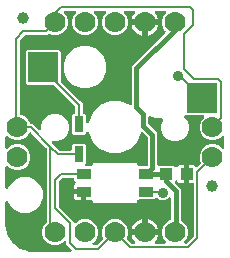
<source format=gbr>
G04 EAGLE Gerber RS-274X export*
G75*
%MOMM*%
%FSLAX34Y34*%
%LPD*%
%INTop Copper*%
%IPPOS*%
%AMOC8*
5,1,8,0,0,1.08239X$1,22.5*%
G01*
%ADD10C,1.000000*%
%ADD11R,2.550000X2.500000*%
%ADD12R,1.200000X0.900000*%
%ADD13R,0.800000X1.350000*%
%ADD14C,1.778000*%
%ADD15R,1.075000X1.000000*%
%ADD16C,0.906400*%
%ADD17C,0.406400*%
%ADD18C,0.203200*%

G36*
X75098Y62308D02*
X75098Y62308D01*
X75217Y62315D01*
X75255Y62328D01*
X75296Y62333D01*
X75406Y62376D01*
X75519Y62413D01*
X75554Y62435D01*
X75591Y62450D01*
X75687Y62519D01*
X75788Y62583D01*
X75816Y62613D01*
X75849Y62636D01*
X75925Y62728D01*
X76006Y62815D01*
X76026Y62850D01*
X76051Y62881D01*
X76102Y62989D01*
X76160Y63093D01*
X76170Y63133D01*
X76187Y63169D01*
X76209Y63286D01*
X76239Y63401D01*
X76243Y63461D01*
X76247Y63481D01*
X76245Y63502D01*
X76249Y63562D01*
X76249Y65260D01*
X76250Y65261D01*
X114250Y65261D01*
X114251Y65260D01*
X114251Y63562D01*
X114266Y63444D01*
X114273Y63325D01*
X114286Y63287D01*
X114291Y63246D01*
X114334Y63136D01*
X114371Y63023D01*
X114393Y62988D01*
X114408Y62951D01*
X114477Y62855D01*
X114541Y62754D01*
X114571Y62726D01*
X114594Y62693D01*
X114686Y62617D01*
X114773Y62536D01*
X114808Y62516D01*
X114839Y62491D01*
X114947Y62440D01*
X115051Y62382D01*
X115091Y62372D01*
X115127Y62355D01*
X115244Y62333D01*
X115359Y62303D01*
X115419Y62299D01*
X115439Y62295D01*
X115460Y62297D01*
X115520Y62293D01*
X121666Y62293D01*
X121784Y62308D01*
X121903Y62315D01*
X121941Y62328D01*
X121982Y62333D01*
X122092Y62376D01*
X122205Y62413D01*
X122240Y62435D01*
X122277Y62450D01*
X122373Y62519D01*
X122474Y62583D01*
X122502Y62613D01*
X122535Y62636D01*
X122611Y62728D01*
X122692Y62815D01*
X122712Y62850D01*
X122737Y62881D01*
X122788Y62989D01*
X122846Y63093D01*
X122856Y63133D01*
X122873Y63169D01*
X122895Y63286D01*
X122925Y63401D01*
X122929Y63461D01*
X122933Y63481D01*
X122931Y63502D01*
X122935Y63562D01*
X122935Y86691D01*
X122923Y86789D01*
X122920Y86888D01*
X122903Y86946D01*
X122895Y87006D01*
X122859Y87098D01*
X122831Y87193D01*
X122801Y87245D01*
X122778Y87302D01*
X122720Y87382D01*
X122670Y87467D01*
X122604Y87543D01*
X122592Y87559D01*
X122582Y87567D01*
X122564Y87588D01*
X119218Y90933D01*
X119179Y90964D01*
X119146Y91001D01*
X119054Y91061D01*
X118967Y91128D01*
X118921Y91148D01*
X118880Y91175D01*
X118776Y91211D01*
X118675Y91255D01*
X118626Y91262D01*
X118579Y91279D01*
X118470Y91287D01*
X118361Y91304D01*
X118312Y91300D01*
X118262Y91304D01*
X118154Y91285D01*
X118044Y91275D01*
X117998Y91258D01*
X117949Y91249D01*
X117849Y91204D01*
X117745Y91167D01*
X117704Y91139D01*
X117659Y91119D01*
X117573Y91050D01*
X117482Y90988D01*
X117449Y90951D01*
X117410Y90920D01*
X117344Y90832D01*
X117272Y90750D01*
X117249Y90706D01*
X117219Y90666D01*
X117148Y90522D01*
X113935Y82765D01*
X107735Y76565D01*
X99634Y73209D01*
X90866Y73209D01*
X82765Y76565D01*
X76565Y82765D01*
X73245Y90780D01*
X73210Y90841D01*
X73184Y90906D01*
X73132Y90979D01*
X73087Y91057D01*
X73038Y91107D01*
X72998Y91163D01*
X72928Y91221D01*
X72866Y91285D01*
X72806Y91322D01*
X72753Y91366D01*
X72671Y91404D01*
X72595Y91451D01*
X72528Y91472D01*
X72465Y91502D01*
X72377Y91519D01*
X72291Y91545D01*
X72221Y91548D01*
X72152Y91561D01*
X72063Y91556D01*
X71973Y91560D01*
X71905Y91546D01*
X71835Y91542D01*
X71750Y91514D01*
X71662Y91496D01*
X71599Y91465D01*
X71533Y91444D01*
X71457Y91396D01*
X71376Y91356D01*
X71323Y91311D01*
X71264Y91274D01*
X71202Y91208D01*
X71134Y91150D01*
X71094Y91093D01*
X71046Y91042D01*
X71003Y90963D01*
X70951Y90890D01*
X70926Y90824D01*
X70892Y90763D01*
X70870Y90676D01*
X70838Y90592D01*
X70830Y90523D01*
X70813Y90455D01*
X70803Y90295D01*
X70803Y90198D01*
X69612Y89007D01*
X59928Y89007D01*
X58737Y90198D01*
X58737Y105382D01*
X59928Y106573D01*
X60452Y106573D01*
X60570Y106588D01*
X60689Y106595D01*
X60727Y106608D01*
X60768Y106613D01*
X60878Y106656D01*
X60991Y106693D01*
X61026Y106715D01*
X61063Y106730D01*
X61159Y106799D01*
X61260Y106863D01*
X61288Y106893D01*
X61321Y106916D01*
X61397Y107008D01*
X61478Y107095D01*
X61498Y107130D01*
X61523Y107161D01*
X61574Y107269D01*
X61632Y107373D01*
X61642Y107413D01*
X61659Y107449D01*
X61681Y107566D01*
X61711Y107681D01*
X61715Y107741D01*
X61719Y107761D01*
X61717Y107782D01*
X61719Y107800D01*
X61719Y107801D01*
X61721Y107842D01*
X61721Y112511D01*
X61709Y112610D01*
X61706Y112709D01*
X61689Y112767D01*
X61681Y112827D01*
X61645Y112919D01*
X61617Y113014D01*
X61587Y113066D01*
X61564Y113123D01*
X61506Y113203D01*
X61456Y113288D01*
X61390Y113363D01*
X61378Y113380D01*
X61368Y113388D01*
X61350Y113409D01*
X43613Y131146D01*
X43535Y131206D01*
X43463Y131274D01*
X43410Y131303D01*
X43362Y131340D01*
X43271Y131380D01*
X43184Y131428D01*
X43126Y131443D01*
X43070Y131467D01*
X42972Y131482D01*
X42876Y131507D01*
X42776Y131513D01*
X42756Y131517D01*
X42743Y131515D01*
X42715Y131517D01*
X20758Y131517D01*
X19567Y132708D01*
X19567Y159392D01*
X20758Y160583D01*
X47942Y160583D01*
X49133Y159392D01*
X49133Y134775D01*
X49145Y134676D01*
X49148Y134577D01*
X49165Y134519D01*
X49173Y134459D01*
X49209Y134367D01*
X49237Y134272D01*
X49267Y134220D01*
X49290Y134163D01*
X49348Y134083D01*
X49398Y133998D01*
X49464Y133923D01*
X49476Y133906D01*
X49486Y133898D01*
X49504Y133877D01*
X65661Y117720D01*
X67819Y115563D01*
X67819Y107842D01*
X67834Y107724D01*
X67841Y107605D01*
X67854Y107567D01*
X67859Y107526D01*
X67902Y107416D01*
X67939Y107303D01*
X67961Y107268D01*
X67976Y107231D01*
X68045Y107135D01*
X68109Y107034D01*
X68139Y107006D01*
X68162Y106973D01*
X68254Y106897D01*
X68341Y106816D01*
X68376Y106796D01*
X68407Y106771D01*
X68515Y106720D01*
X68619Y106662D01*
X68659Y106652D01*
X68695Y106635D01*
X68812Y106613D01*
X68927Y106583D01*
X68987Y106579D01*
X69007Y106575D01*
X69028Y106577D01*
X69088Y106573D01*
X69612Y106573D01*
X70803Y105382D01*
X70803Y100205D01*
X70811Y100136D01*
X70810Y100066D01*
X70831Y99979D01*
X70843Y99890D01*
X70868Y99825D01*
X70885Y99757D01*
X70927Y99677D01*
X70960Y99594D01*
X71001Y99538D01*
X71033Y99476D01*
X71094Y99409D01*
X71146Y99337D01*
X71200Y99292D01*
X71247Y99241D01*
X71322Y99191D01*
X71391Y99134D01*
X71455Y99104D01*
X71513Y99066D01*
X71598Y99037D01*
X71679Y98998D01*
X71748Y98985D01*
X71814Y98963D01*
X71903Y98955D01*
X71991Y98939D01*
X72061Y98943D01*
X72131Y98937D01*
X72219Y98953D01*
X72309Y98958D01*
X72375Y98980D01*
X72444Y98992D01*
X72526Y99029D01*
X72611Y99056D01*
X72670Y99094D01*
X72734Y99122D01*
X72804Y99178D01*
X72880Y99226D01*
X72928Y99277D01*
X72982Y99321D01*
X73037Y99393D01*
X73098Y99458D01*
X73132Y99519D01*
X73174Y99575D01*
X73245Y99720D01*
X76565Y107735D01*
X82765Y113935D01*
X90866Y117291D01*
X99634Y117291D01*
X107641Y113974D01*
X107689Y113961D01*
X107734Y113940D01*
X107841Y113919D01*
X107948Y113890D01*
X107997Y113890D01*
X108046Y113880D01*
X108156Y113887D01*
X108266Y113885D01*
X108314Y113897D01*
X108363Y113900D01*
X108468Y113934D01*
X108575Y113959D01*
X108619Y113983D01*
X108666Y113998D01*
X108759Y114057D01*
X108856Y114108D01*
X108893Y114142D01*
X108935Y114168D01*
X109010Y114248D01*
X109091Y114322D01*
X109119Y114364D01*
X109153Y114400D01*
X109206Y114496D01*
X109266Y114588D01*
X109282Y114635D01*
X109306Y114678D01*
X109334Y114785D01*
X109369Y114889D01*
X109373Y114938D01*
X109386Y114986D01*
X109396Y115147D01*
X109396Y146894D01*
X112149Y149647D01*
X137730Y175228D01*
X137803Y175322D01*
X137882Y175411D01*
X137900Y175447D01*
X137925Y175479D01*
X137972Y175589D01*
X138026Y175695D01*
X138035Y175734D01*
X138051Y175771D01*
X138070Y175889D01*
X138096Y176005D01*
X138095Y176045D01*
X138101Y176085D01*
X138090Y176204D01*
X138086Y176323D01*
X138075Y176362D01*
X138071Y176402D01*
X138031Y176514D01*
X137998Y176628D01*
X137977Y176663D01*
X137964Y176701D01*
X137897Y176800D01*
X137836Y176902D01*
X137796Y176948D01*
X137785Y176964D01*
X137770Y176978D01*
X137730Y177023D01*
X136790Y177963D01*
X135127Y181977D01*
X135127Y186323D01*
X136790Y190337D01*
X138087Y191635D01*
X138173Y191744D01*
X138261Y191851D01*
X138270Y191870D01*
X138282Y191886D01*
X138338Y192013D01*
X138397Y192139D01*
X138401Y192159D01*
X138409Y192178D01*
X138431Y192316D01*
X138457Y192452D01*
X138455Y192472D01*
X138459Y192492D01*
X138446Y192631D01*
X138437Y192769D01*
X138431Y192788D01*
X138429Y192808D01*
X138382Y192940D01*
X138339Y193071D01*
X138328Y193089D01*
X138321Y193108D01*
X138243Y193223D01*
X138169Y193340D01*
X138154Y193354D01*
X138143Y193371D01*
X138038Y193463D01*
X137937Y193558D01*
X137919Y193568D01*
X137904Y193581D01*
X137780Y193645D01*
X137659Y193712D01*
X137639Y193717D01*
X137621Y193726D01*
X137485Y193756D01*
X137351Y193791D01*
X137323Y193793D01*
X137311Y193796D01*
X137290Y193795D01*
X137190Y193801D01*
X130228Y193801D01*
X130090Y193784D01*
X129952Y193771D01*
X129933Y193764D01*
X129913Y193761D01*
X129783Y193710D01*
X129653Y193663D01*
X129636Y193652D01*
X129617Y193644D01*
X129505Y193563D01*
X129390Y193485D01*
X129376Y193469D01*
X129360Y193458D01*
X129271Y193350D01*
X129179Y193246D01*
X129170Y193228D01*
X129157Y193213D01*
X129098Y193087D01*
X129035Y192963D01*
X129030Y192943D01*
X129022Y192925D01*
X128995Y192789D01*
X128965Y192652D01*
X128966Y192632D01*
X128962Y192613D01*
X128970Y192474D01*
X128975Y192335D01*
X128980Y192315D01*
X128982Y192295D01*
X129024Y192163D01*
X129063Y192029D01*
X129073Y192012D01*
X129080Y191993D01*
X129154Y191875D01*
X129225Y191755D01*
X129243Y191734D01*
X129250Y191724D01*
X129265Y191710D01*
X129331Y191634D01*
X129369Y191597D01*
X130427Y190141D01*
X131243Y188538D01*
X131799Y186827D01*
X131827Y186649D01*
X121880Y186649D01*
X121762Y186634D01*
X121643Y186627D01*
X121605Y186614D01*
X121565Y186609D01*
X121454Y186566D01*
X121341Y186529D01*
X121307Y186507D01*
X121269Y186492D01*
X121173Y186423D01*
X121072Y186359D01*
X121044Y186329D01*
X121012Y186306D01*
X120936Y186214D01*
X120854Y186127D01*
X120835Y186092D01*
X120809Y186061D01*
X120758Y185953D01*
X120701Y185849D01*
X120691Y185809D01*
X120673Y185773D01*
X120653Y185666D01*
X120649Y185696D01*
X120605Y185806D01*
X120569Y185919D01*
X120547Y185954D01*
X120532Y185991D01*
X120462Y186087D01*
X120399Y186188D01*
X120369Y186216D01*
X120345Y186249D01*
X120254Y186325D01*
X120167Y186406D01*
X120132Y186426D01*
X120100Y186451D01*
X119993Y186502D01*
X119888Y186560D01*
X119849Y186570D01*
X119813Y186587D01*
X119696Y186609D01*
X119580Y186639D01*
X119520Y186643D01*
X119500Y186647D01*
X119480Y186645D01*
X119420Y186649D01*
X109473Y186649D01*
X109501Y186827D01*
X110057Y188538D01*
X110873Y190141D01*
X111931Y191597D01*
X111969Y191634D01*
X112054Y191744D01*
X112143Y191851D01*
X112152Y191870D01*
X112164Y191886D01*
X112219Y192014D01*
X112278Y192139D01*
X112282Y192159D01*
X112290Y192177D01*
X112312Y192315D01*
X112338Y192452D01*
X112337Y192472D01*
X112340Y192492D01*
X112327Y192630D01*
X112318Y192769D01*
X112312Y192788D01*
X112310Y192808D01*
X112263Y192940D01*
X112220Y193071D01*
X112210Y193088D01*
X112203Y193107D01*
X112125Y193223D01*
X112050Y193340D01*
X112036Y193354D01*
X112024Y193371D01*
X111920Y193462D01*
X111819Y193558D01*
X111801Y193568D01*
X111786Y193581D01*
X111662Y193644D01*
X111540Y193712D01*
X111521Y193717D01*
X111503Y193726D01*
X111367Y193756D01*
X111232Y193791D01*
X111204Y193793D01*
X111192Y193796D01*
X111172Y193795D01*
X111072Y193801D01*
X104110Y193801D01*
X103972Y193784D01*
X103834Y193771D01*
X103815Y193764D01*
X103794Y193761D01*
X103665Y193710D01*
X103534Y193663D01*
X103518Y193652D01*
X103499Y193644D01*
X103387Y193563D01*
X103271Y193485D01*
X103258Y193469D01*
X103241Y193458D01*
X103153Y193350D01*
X103061Y193246D01*
X103052Y193228D01*
X103039Y193213D01*
X102979Y193087D01*
X102916Y192963D01*
X102912Y192943D01*
X102903Y192925D01*
X102877Y192788D01*
X102847Y192653D01*
X102847Y192632D01*
X102843Y192613D01*
X102852Y192474D01*
X102856Y192335D01*
X102862Y192315D01*
X102863Y192295D01*
X102906Y192163D01*
X102945Y192029D01*
X102955Y192012D01*
X102961Y191993D01*
X103036Y191875D01*
X103106Y191755D01*
X103125Y191734D01*
X103131Y191724D01*
X103146Y191710D01*
X103213Y191635D01*
X104510Y190337D01*
X106173Y186323D01*
X106173Y181977D01*
X104510Y177963D01*
X101437Y174890D01*
X97423Y173227D01*
X93077Y173227D01*
X89063Y174890D01*
X85990Y177963D01*
X84327Y181977D01*
X84327Y186323D01*
X85990Y190337D01*
X87287Y191635D01*
X87373Y191744D01*
X87461Y191851D01*
X87470Y191870D01*
X87482Y191886D01*
X87538Y192013D01*
X87597Y192139D01*
X87601Y192159D01*
X87609Y192178D01*
X87631Y192316D01*
X87657Y192452D01*
X87655Y192472D01*
X87659Y192492D01*
X87646Y192631D01*
X87637Y192769D01*
X87631Y192788D01*
X87629Y192808D01*
X87582Y192940D01*
X87539Y193071D01*
X87528Y193089D01*
X87521Y193108D01*
X87443Y193223D01*
X87369Y193340D01*
X87354Y193354D01*
X87343Y193371D01*
X87238Y193463D01*
X87137Y193558D01*
X87119Y193568D01*
X87104Y193581D01*
X86980Y193645D01*
X86859Y193712D01*
X86839Y193717D01*
X86821Y193726D01*
X86685Y193756D01*
X86551Y193791D01*
X86523Y193793D01*
X86511Y193796D01*
X86490Y193795D01*
X86390Y193801D01*
X78710Y193801D01*
X78572Y193784D01*
X78434Y193771D01*
X78415Y193764D01*
X78394Y193761D01*
X78265Y193710D01*
X78134Y193663D01*
X78118Y193652D01*
X78099Y193644D01*
X77987Y193563D01*
X77871Y193485D01*
X77858Y193469D01*
X77841Y193458D01*
X77753Y193350D01*
X77661Y193246D01*
X77652Y193228D01*
X77639Y193213D01*
X77579Y193087D01*
X77516Y192963D01*
X77512Y192943D01*
X77503Y192925D01*
X77477Y192788D01*
X77447Y192653D01*
X77447Y192632D01*
X77443Y192613D01*
X77452Y192474D01*
X77456Y192335D01*
X77462Y192315D01*
X77463Y192295D01*
X77506Y192163D01*
X77545Y192029D01*
X77555Y192012D01*
X77561Y191993D01*
X77636Y191875D01*
X77706Y191755D01*
X77725Y191734D01*
X77731Y191724D01*
X77746Y191710D01*
X77813Y191635D01*
X79110Y190337D01*
X80773Y186323D01*
X80773Y181977D01*
X79110Y177963D01*
X76037Y174890D01*
X72023Y173227D01*
X67677Y173227D01*
X63663Y174890D01*
X60590Y177963D01*
X58927Y181977D01*
X58927Y186323D01*
X60590Y190337D01*
X61887Y191635D01*
X61973Y191744D01*
X62061Y191851D01*
X62070Y191870D01*
X62082Y191886D01*
X62138Y192013D01*
X62197Y192139D01*
X62201Y192159D01*
X62209Y192178D01*
X62231Y192316D01*
X62257Y192452D01*
X62255Y192472D01*
X62259Y192492D01*
X62246Y192631D01*
X62237Y192769D01*
X62231Y192788D01*
X62229Y192808D01*
X62182Y192940D01*
X62139Y193071D01*
X62128Y193089D01*
X62121Y193108D01*
X62043Y193223D01*
X61969Y193340D01*
X61954Y193354D01*
X61943Y193371D01*
X61838Y193463D01*
X61737Y193558D01*
X61719Y193568D01*
X61704Y193581D01*
X61580Y193645D01*
X61459Y193712D01*
X61439Y193717D01*
X61421Y193726D01*
X61285Y193756D01*
X61151Y193791D01*
X61123Y193793D01*
X61111Y193796D01*
X61090Y193795D01*
X60990Y193801D01*
X53310Y193801D01*
X53172Y193784D01*
X53034Y193771D01*
X53015Y193764D01*
X52994Y193761D01*
X52865Y193710D01*
X52734Y193663D01*
X52718Y193652D01*
X52699Y193644D01*
X52587Y193563D01*
X52471Y193485D01*
X52458Y193469D01*
X52441Y193458D01*
X52353Y193350D01*
X52261Y193246D01*
X52252Y193228D01*
X52239Y193213D01*
X52179Y193087D01*
X52116Y192963D01*
X52112Y192943D01*
X52103Y192925D01*
X52077Y192788D01*
X52047Y192653D01*
X52047Y192632D01*
X52043Y192613D01*
X52052Y192474D01*
X52056Y192335D01*
X52062Y192315D01*
X52063Y192295D01*
X52106Y192163D01*
X52145Y192029D01*
X52155Y192012D01*
X52161Y191993D01*
X52236Y191875D01*
X52306Y191755D01*
X52325Y191734D01*
X52331Y191724D01*
X52346Y191710D01*
X52413Y191635D01*
X53710Y190337D01*
X55373Y186323D01*
X55373Y181977D01*
X53710Y177963D01*
X50637Y174890D01*
X46623Y173227D01*
X42277Y173227D01*
X39922Y174203D01*
X39894Y174211D01*
X39868Y174224D01*
X39741Y174252D01*
X39616Y174287D01*
X39586Y174287D01*
X39557Y174294D01*
X39427Y174290D01*
X39298Y174292D01*
X39269Y174285D01*
X39239Y174284D01*
X39115Y174248D01*
X38988Y174218D01*
X38962Y174204D01*
X38934Y174196D01*
X38822Y174130D01*
X38707Y174069D01*
X38685Y174049D01*
X38660Y174034D01*
X38539Y173928D01*
X38093Y173481D01*
X19569Y173481D01*
X19470Y173469D01*
X19371Y173466D01*
X19313Y173449D01*
X19253Y173441D01*
X19161Y173405D01*
X19066Y173377D01*
X19014Y173347D01*
X18957Y173324D01*
X18877Y173266D01*
X18792Y173216D01*
X18717Y173150D01*
X18700Y173138D01*
X18692Y173128D01*
X18671Y173110D01*
X14850Y169289D01*
X14790Y169211D01*
X14722Y169139D01*
X14693Y169086D01*
X14656Y169038D01*
X14616Y168947D01*
X14568Y168860D01*
X14553Y168801D01*
X14529Y168746D01*
X14514Y168648D01*
X14489Y168552D01*
X14483Y168452D01*
X14479Y168432D01*
X14481Y168419D01*
X14479Y168391D01*
X14479Y107184D01*
X14482Y107155D01*
X14480Y107125D01*
X14502Y106997D01*
X14519Y106868D01*
X14529Y106841D01*
X14534Y106812D01*
X14588Y106693D01*
X14636Y106573D01*
X14653Y106549D01*
X14665Y106522D01*
X14746Y106421D01*
X14822Y106315D01*
X14845Y106297D01*
X14864Y106274D01*
X14967Y106195D01*
X15067Y106113D01*
X15094Y106100D01*
X15118Y106082D01*
X15262Y106011D01*
X18887Y104510D01*
X21960Y101437D01*
X22935Y99082D01*
X22950Y99057D01*
X22959Y99029D01*
X23028Y98919D01*
X23093Y98806D01*
X23113Y98785D01*
X23129Y98760D01*
X23224Y98671D01*
X23314Y98578D01*
X23339Y98562D01*
X23361Y98542D01*
X23475Y98479D01*
X23585Y98411D01*
X23613Y98403D01*
X23639Y98388D01*
X23765Y98356D01*
X23889Y98318D01*
X23919Y98316D01*
X23947Y98309D01*
X24108Y98299D01*
X25393Y98299D01*
X27550Y96141D01*
X30675Y93017D01*
X30755Y92954D01*
X30820Y92893D01*
X30852Y92876D01*
X30892Y92843D01*
X30910Y92834D01*
X30926Y92822D01*
X31037Y92774D01*
X31099Y92740D01*
X31125Y92733D01*
X31180Y92707D01*
X31199Y92703D01*
X31218Y92695D01*
X31355Y92673D01*
X31407Y92660D01*
X31434Y92659D01*
X31492Y92647D01*
X31512Y92649D01*
X31532Y92645D01*
X31671Y92658D01*
X31809Y92667D01*
X31829Y92673D01*
X31849Y92675D01*
X31980Y92722D01*
X32112Y92765D01*
X32129Y92776D01*
X32148Y92783D01*
X32184Y92807D01*
X32185Y92808D01*
X32263Y92861D01*
X32381Y92935D01*
X32395Y92950D01*
X32411Y92961D01*
X32438Y92991D01*
X32441Y92994D01*
X32460Y93017D01*
X32503Y93066D01*
X32599Y93167D01*
X32608Y93185D01*
X32622Y93200D01*
X32638Y93232D01*
X32644Y93239D01*
X32671Y93296D01*
X32685Y93324D01*
X32752Y93445D01*
X32757Y93465D01*
X32766Y93483D01*
X32773Y93513D01*
X32779Y93526D01*
X32798Y93623D01*
X32832Y93753D01*
X32833Y93781D01*
X32836Y93793D01*
X32835Y93814D01*
X32836Y93821D01*
X32839Y93839D01*
X32838Y93856D01*
X32842Y93914D01*
X32842Y97559D01*
X34609Y101826D01*
X37874Y105091D01*
X42141Y106858D01*
X46759Y106858D01*
X51026Y105091D01*
X54291Y101826D01*
X56058Y97559D01*
X56058Y92941D01*
X54291Y88674D01*
X51026Y85409D01*
X46759Y83642D01*
X43114Y83642D01*
X42976Y83624D01*
X42838Y83611D01*
X42819Y83604D01*
X42798Y83602D01*
X42669Y83551D01*
X42538Y83504D01*
X42522Y83492D01*
X42503Y83485D01*
X42390Y83403D01*
X42275Y83325D01*
X42262Y83310D01*
X42245Y83298D01*
X42157Y83191D01*
X42065Y83087D01*
X42056Y83069D01*
X42043Y83053D01*
X41983Y82927D01*
X41920Y82803D01*
X41916Y82784D01*
X41907Y82765D01*
X41881Y82629D01*
X41851Y82493D01*
X41851Y82473D01*
X41847Y82453D01*
X41856Y82315D01*
X41860Y82175D01*
X41866Y82156D01*
X41867Y82136D01*
X41910Y82004D01*
X41949Y81870D01*
X41959Y81852D01*
X41965Y81833D01*
X42040Y81715D01*
X42110Y81596D01*
X42129Y81575D01*
X42135Y81564D01*
X42150Y81550D01*
X42217Y81475D01*
X43806Y79885D01*
X47881Y75810D01*
X47959Y75750D01*
X48031Y75682D01*
X48084Y75653D01*
X48132Y75616D01*
X48223Y75576D01*
X48310Y75528D01*
X48369Y75513D01*
X48424Y75489D01*
X48522Y75474D01*
X48618Y75449D01*
X48718Y75443D01*
X48738Y75439D01*
X48751Y75441D01*
X48779Y75439D01*
X57468Y75439D01*
X57586Y75454D01*
X57705Y75461D01*
X57743Y75474D01*
X57784Y75479D01*
X57894Y75522D01*
X58007Y75559D01*
X58042Y75581D01*
X58079Y75596D01*
X58175Y75665D01*
X58276Y75729D01*
X58304Y75759D01*
X58337Y75782D01*
X58413Y75874D01*
X58494Y75961D01*
X58514Y75996D01*
X58539Y76027D01*
X58590Y76135D01*
X58648Y76239D01*
X58658Y76279D01*
X58675Y76315D01*
X58697Y76432D01*
X58727Y76547D01*
X58731Y76607D01*
X58735Y76627D01*
X58733Y76648D01*
X58737Y76708D01*
X58737Y79982D01*
X59928Y81173D01*
X69612Y81173D01*
X70803Y79982D01*
X70803Y64798D01*
X70464Y64459D01*
X70379Y64350D01*
X70290Y64243D01*
X70282Y64224D01*
X70269Y64208D01*
X70214Y64080D01*
X70155Y63955D01*
X70151Y63935D01*
X70143Y63916D01*
X70121Y63778D01*
X70095Y63642D01*
X70096Y63622D01*
X70093Y63602D01*
X70106Y63463D01*
X70115Y63325D01*
X70121Y63306D01*
X70123Y63286D01*
X70170Y63155D01*
X70213Y63023D01*
X70224Y63005D01*
X70230Y62986D01*
X70308Y62872D01*
X70383Y62754D01*
X70398Y62740D01*
X70409Y62723D01*
X70513Y62631D01*
X70615Y62536D01*
X70632Y62526D01*
X70647Y62513D01*
X70771Y62450D01*
X70893Y62382D01*
X70913Y62377D01*
X70931Y62368D01*
X71067Y62338D01*
X71201Y62303D01*
X71229Y62301D01*
X71241Y62298D01*
X71261Y62299D01*
X71362Y62293D01*
X74980Y62293D01*
X75098Y62308D01*
G37*
G36*
X79590Y-4559D02*
X79590Y-4559D01*
X79689Y-4556D01*
X79747Y-4539D01*
X79807Y-4531D01*
X79899Y-4495D01*
X79994Y-4467D01*
X80046Y-4437D01*
X80103Y-4414D01*
X80183Y-4356D01*
X80268Y-4306D01*
X80344Y-4240D01*
X80360Y-4228D01*
X80368Y-4218D01*
X80389Y-4200D01*
X85028Y439D01*
X85046Y463D01*
X85068Y482D01*
X85143Y588D01*
X85223Y690D01*
X85234Y718D01*
X85251Y742D01*
X85297Y863D01*
X85349Y982D01*
X85354Y1011D01*
X85364Y1039D01*
X85378Y1168D01*
X85399Y1296D01*
X85396Y1326D01*
X85399Y1355D01*
X85381Y1484D01*
X85369Y1613D01*
X85359Y1641D01*
X85355Y1670D01*
X85303Y1822D01*
X84327Y4177D01*
X84327Y8523D01*
X85990Y12537D01*
X89063Y15610D01*
X93077Y17273D01*
X97423Y17273D01*
X101437Y15610D01*
X104510Y12537D01*
X106173Y8523D01*
X106173Y4177D01*
X105197Y1822D01*
X105189Y1794D01*
X105176Y1768D01*
X105148Y1641D01*
X105113Y1516D01*
X105113Y1486D01*
X105106Y1457D01*
X105110Y1328D01*
X105108Y1198D01*
X105115Y1169D01*
X105116Y1139D01*
X105152Y1015D01*
X105182Y888D01*
X105196Y862D01*
X105204Y834D01*
X105270Y722D01*
X105331Y607D01*
X105351Y585D01*
X105366Y560D01*
X105472Y439D01*
X108841Y-2930D01*
X108919Y-2990D01*
X108991Y-3058D01*
X109044Y-3087D01*
X109092Y-3124D01*
X109183Y-3164D01*
X109270Y-3212D01*
X109328Y-3227D01*
X109384Y-3251D01*
X109482Y-3266D01*
X109578Y-3291D01*
X109678Y-3297D01*
X109698Y-3301D01*
X109711Y-3299D01*
X109739Y-3301D01*
X111072Y-3301D01*
X111210Y-3284D01*
X111348Y-3271D01*
X111367Y-3264D01*
X111387Y-3261D01*
X111517Y-3210D01*
X111647Y-3163D01*
X111664Y-3152D01*
X111683Y-3144D01*
X111795Y-3063D01*
X111910Y-2985D01*
X111924Y-2969D01*
X111940Y-2958D01*
X112029Y-2850D01*
X112121Y-2746D01*
X112130Y-2728D01*
X112143Y-2713D01*
X112202Y-2587D01*
X112265Y-2463D01*
X112270Y-2443D01*
X112278Y-2425D01*
X112305Y-2289D01*
X112335Y-2152D01*
X112334Y-2132D01*
X112338Y-2113D01*
X112330Y-1974D01*
X112325Y-1835D01*
X112320Y-1815D01*
X112318Y-1795D01*
X112276Y-1663D01*
X112237Y-1529D01*
X112227Y-1512D01*
X112220Y-1493D01*
X112146Y-1375D01*
X112075Y-1255D01*
X112057Y-1234D01*
X112050Y-1224D01*
X112035Y-1210D01*
X111969Y-1134D01*
X111931Y-1097D01*
X110873Y359D01*
X110057Y1962D01*
X109501Y3673D01*
X109473Y3851D01*
X119420Y3851D01*
X119538Y3866D01*
X119657Y3873D01*
X119695Y3885D01*
X119735Y3891D01*
X119846Y3934D01*
X119959Y3971D01*
X119993Y3993D01*
X120031Y4008D01*
X120127Y4077D01*
X120228Y4141D01*
X120256Y4171D01*
X120288Y4194D01*
X120364Y4286D01*
X120446Y4373D01*
X120465Y4408D01*
X120491Y4439D01*
X120542Y4547D01*
X120599Y4651D01*
X120609Y4691D01*
X120627Y4727D01*
X120647Y4834D01*
X120651Y4804D01*
X120695Y4694D01*
X120731Y4581D01*
X120753Y4546D01*
X120768Y4509D01*
X120838Y4412D01*
X120901Y4312D01*
X120931Y4284D01*
X120955Y4251D01*
X121046Y4175D01*
X121133Y4094D01*
X121168Y4074D01*
X121200Y4049D01*
X121307Y3998D01*
X121412Y3940D01*
X121451Y3930D01*
X121487Y3913D01*
X121604Y3891D01*
X121720Y3861D01*
X121780Y3857D01*
X121800Y3853D01*
X121820Y3855D01*
X121880Y3851D01*
X131827Y3851D01*
X131799Y3673D01*
X131243Y1962D01*
X130427Y359D01*
X129369Y-1097D01*
X129331Y-1134D01*
X129246Y-1244D01*
X129157Y-1351D01*
X129148Y-1370D01*
X129136Y-1386D01*
X129081Y-1514D01*
X129022Y-1639D01*
X129018Y-1659D01*
X129010Y-1677D01*
X128988Y-1815D01*
X128962Y-1952D01*
X128963Y-1972D01*
X128960Y-1992D01*
X128973Y-2130D01*
X128982Y-2269D01*
X128988Y-2288D01*
X128990Y-2308D01*
X129037Y-2440D01*
X129080Y-2571D01*
X129090Y-2588D01*
X129097Y-2607D01*
X129175Y-2723D01*
X129250Y-2840D01*
X129264Y-2854D01*
X129276Y-2871D01*
X129380Y-2962D01*
X129481Y-3058D01*
X129499Y-3068D01*
X129514Y-3081D01*
X129638Y-3144D01*
X129760Y-3212D01*
X129779Y-3217D01*
X129797Y-3226D01*
X129933Y-3256D01*
X130068Y-3291D01*
X130096Y-3293D01*
X130108Y-3296D01*
X130128Y-3295D01*
X130228Y-3301D01*
X137190Y-3301D01*
X137328Y-3284D01*
X137466Y-3271D01*
X137485Y-3264D01*
X137506Y-3261D01*
X137635Y-3210D01*
X137766Y-3163D01*
X137782Y-3152D01*
X137801Y-3144D01*
X137913Y-3063D01*
X138029Y-2985D01*
X138042Y-2969D01*
X138059Y-2958D01*
X138147Y-2850D01*
X138239Y-2746D01*
X138248Y-2728D01*
X138261Y-2713D01*
X138321Y-2587D01*
X138384Y-2463D01*
X138388Y-2443D01*
X138397Y-2425D01*
X138423Y-2288D01*
X138453Y-2153D01*
X138453Y-2132D01*
X138457Y-2113D01*
X138448Y-1974D01*
X138444Y-1835D01*
X138438Y-1815D01*
X138437Y-1795D01*
X138394Y-1663D01*
X138355Y-1529D01*
X138345Y-1512D01*
X138339Y-1493D01*
X138264Y-1375D01*
X138194Y-1255D01*
X138175Y-1234D01*
X138169Y-1224D01*
X138154Y-1210D01*
X138087Y-1135D01*
X136790Y163D01*
X135127Y4177D01*
X135127Y8523D01*
X136790Y12537D01*
X139863Y15610D01*
X142032Y16508D01*
X142057Y16523D01*
X142085Y16532D01*
X142195Y16601D01*
X142308Y16666D01*
X142329Y16686D01*
X142354Y16702D01*
X142443Y16797D01*
X142536Y16887D01*
X142552Y16912D01*
X142572Y16934D01*
X142635Y17047D01*
X142703Y17158D01*
X142711Y17186D01*
X142726Y17212D01*
X142758Y17338D01*
X142796Y17462D01*
X142798Y17492D01*
X142805Y17520D01*
X142815Y17681D01*
X142815Y34758D01*
X142798Y34896D01*
X142785Y35035D01*
X142778Y35054D01*
X142775Y35074D01*
X142724Y35203D01*
X142677Y35334D01*
X142666Y35351D01*
X142658Y35370D01*
X142577Y35482D01*
X142499Y35597D01*
X142483Y35611D01*
X142472Y35627D01*
X142364Y35716D01*
X142260Y35808D01*
X142242Y35817D01*
X142227Y35830D01*
X142101Y35889D01*
X141977Y35952D01*
X141957Y35957D01*
X141939Y35965D01*
X141802Y35991D01*
X141667Y36022D01*
X141646Y36021D01*
X141627Y36025D01*
X141488Y36017D01*
X141349Y36012D01*
X141329Y36007D01*
X141309Y36005D01*
X141177Y35963D01*
X141043Y35924D01*
X141026Y35914D01*
X141007Y35907D01*
X140889Y35833D01*
X140769Y35762D01*
X140748Y35744D01*
X140738Y35737D01*
X140724Y35722D01*
X140649Y35656D01*
X139475Y34482D01*
X137062Y33483D01*
X134450Y33483D01*
X132037Y34482D01*
X131340Y35180D01*
X131255Y35246D01*
X131207Y35291D01*
X131196Y35297D01*
X131156Y35332D01*
X131120Y35350D01*
X131088Y35375D01*
X130979Y35422D01*
X130873Y35476D01*
X130834Y35485D01*
X130796Y35501D01*
X130679Y35520D01*
X130563Y35546D01*
X130522Y35545D01*
X130482Y35551D01*
X130364Y35540D01*
X130245Y35536D01*
X130206Y35525D01*
X130166Y35521D01*
X130054Y35481D01*
X129939Y35448D01*
X129904Y35427D01*
X129866Y35414D01*
X129768Y35347D01*
X129665Y35286D01*
X129620Y35246D01*
X129603Y35235D01*
X129590Y35220D01*
X129558Y35192D01*
X129556Y35190D01*
X129554Y35189D01*
X129545Y35180D01*
X128592Y34227D01*
X115520Y34227D01*
X115402Y34212D01*
X115283Y34205D01*
X115245Y34192D01*
X115204Y34187D01*
X115094Y34144D01*
X114981Y34107D01*
X114946Y34085D01*
X114909Y34070D01*
X114813Y34001D01*
X114712Y33937D01*
X114684Y33907D01*
X114651Y33884D01*
X114575Y33792D01*
X114494Y33705D01*
X114474Y33670D01*
X114449Y33639D01*
X114398Y33531D01*
X114340Y33427D01*
X114330Y33387D01*
X114313Y33351D01*
X114291Y33234D01*
X114261Y33119D01*
X114257Y33059D01*
X114253Y33039D01*
X114255Y33018D01*
X114251Y32958D01*
X114251Y31260D01*
X114250Y31259D01*
X76250Y31259D01*
X76249Y31260D01*
X76249Y32450D01*
X76234Y32568D01*
X76227Y32687D01*
X76214Y32725D01*
X76209Y32766D01*
X76166Y32876D01*
X76129Y32989D01*
X76107Y33024D01*
X76092Y33061D01*
X76023Y33157D01*
X75959Y33258D01*
X75929Y33286D01*
X75906Y33319D01*
X75814Y33395D01*
X75727Y33476D01*
X75692Y33496D01*
X75661Y33521D01*
X75553Y33572D01*
X75449Y33630D01*
X75409Y33640D01*
X75373Y33657D01*
X75256Y33679D01*
X75141Y33709D01*
X75081Y33713D01*
X75061Y33717D01*
X75040Y33715D01*
X74980Y33719D01*
X70999Y33719D01*
X70999Y39780D01*
X70984Y39898D01*
X70977Y40017D01*
X70964Y40055D01*
X70959Y40095D01*
X70916Y40206D01*
X70879Y40319D01*
X70857Y40353D01*
X70842Y40391D01*
X70773Y40487D01*
X70709Y40588D01*
X70679Y40616D01*
X70656Y40648D01*
X70564Y40724D01*
X70477Y40806D01*
X70442Y40825D01*
X70411Y40851D01*
X70303Y40902D01*
X70199Y40959D01*
X70159Y40969D01*
X70123Y40987D01*
X70006Y41009D01*
X69891Y41039D01*
X69831Y41043D01*
X69811Y41046D01*
X69790Y41045D01*
X69730Y41049D01*
X69039Y41049D01*
X69039Y41740D01*
X69024Y41858D01*
X69017Y41977D01*
X69004Y42015D01*
X68999Y42056D01*
X68955Y42166D01*
X68919Y42279D01*
X68897Y42314D01*
X68882Y42351D01*
X68812Y42447D01*
X68749Y42548D01*
X68719Y42576D01*
X68695Y42609D01*
X68604Y42685D01*
X68517Y42766D01*
X68482Y42786D01*
X68450Y42811D01*
X68343Y42862D01*
X68238Y42920D01*
X68199Y42930D01*
X68163Y42947D01*
X68046Y42969D01*
X67930Y42999D01*
X67870Y43003D01*
X67850Y43007D01*
X67830Y43005D01*
X67770Y43009D01*
X60209Y43009D01*
X60209Y45594D01*
X60382Y46241D01*
X60717Y46820D01*
X61190Y47293D01*
X61439Y47437D01*
X61539Y47513D01*
X61643Y47583D01*
X61665Y47609D01*
X61692Y47629D01*
X61770Y47728D01*
X61854Y47822D01*
X61869Y47852D01*
X61890Y47878D01*
X61941Y47993D01*
X61998Y48105D01*
X62006Y48138D01*
X62019Y48169D01*
X62040Y48293D01*
X62068Y48415D01*
X62067Y48449D01*
X62072Y48482D01*
X62062Y48608D01*
X62058Y48733D01*
X62049Y48766D01*
X62046Y48799D01*
X62005Y48918D01*
X61970Y49039D01*
X61953Y49068D01*
X61942Y49100D01*
X61872Y49204D01*
X61808Y49313D01*
X61776Y49349D01*
X61766Y49365D01*
X61750Y49379D01*
X61702Y49434D01*
X60717Y50418D01*
X60717Y51442D01*
X60702Y51560D01*
X60695Y51679D01*
X60682Y51717D01*
X60677Y51758D01*
X60634Y51868D01*
X60597Y51981D01*
X60575Y52016D01*
X60560Y52053D01*
X60491Y52149D01*
X60427Y52250D01*
X60397Y52278D01*
X60374Y52311D01*
X60282Y52387D01*
X60195Y52468D01*
X60160Y52488D01*
X60129Y52513D01*
X60021Y52564D01*
X59917Y52622D01*
X59877Y52632D01*
X59841Y52649D01*
X59724Y52671D01*
X59609Y52701D01*
X59549Y52705D01*
X59529Y52709D01*
X59508Y52707D01*
X59448Y52711D01*
X51199Y52711D01*
X51100Y52699D01*
X51001Y52696D01*
X50943Y52679D01*
X50883Y52671D01*
X50791Y52635D01*
X50696Y52607D01*
X50644Y52577D01*
X50587Y52554D01*
X50507Y52496D01*
X50422Y52446D01*
X50347Y52380D01*
X50330Y52368D01*
X50322Y52358D01*
X50301Y52340D01*
X47870Y49909D01*
X47810Y49831D01*
X47742Y49759D01*
X47713Y49706D01*
X47676Y49658D01*
X47636Y49567D01*
X47588Y49480D01*
X47573Y49421D01*
X47549Y49366D01*
X47534Y49268D01*
X47509Y49172D01*
X47503Y49072D01*
X47499Y49052D01*
X47501Y49039D01*
X47499Y49011D01*
X47499Y28459D01*
X47511Y28360D01*
X47514Y28261D01*
X47531Y28203D01*
X47539Y28143D01*
X47575Y28051D01*
X47603Y27956D01*
X47633Y27904D01*
X47656Y27847D01*
X47714Y27767D01*
X47764Y27682D01*
X47830Y27607D01*
X47842Y27590D01*
X47852Y27582D01*
X47870Y27561D01*
X60199Y15233D01*
X60199Y15210D01*
X60216Y15077D01*
X60221Y14989D01*
X60225Y14976D01*
X60229Y14934D01*
X60236Y14915D01*
X60239Y14894D01*
X60290Y14765D01*
X60337Y14634D01*
X60348Y14618D01*
X60356Y14599D01*
X60437Y14487D01*
X60515Y14371D01*
X60531Y14358D01*
X60542Y14341D01*
X60650Y14253D01*
X60754Y14161D01*
X60772Y14152D01*
X60787Y14139D01*
X60913Y14079D01*
X61037Y14016D01*
X61057Y14012D01*
X61075Y14003D01*
X61212Y13977D01*
X61347Y13947D01*
X61368Y13947D01*
X61387Y13943D01*
X61526Y13952D01*
X61665Y13956D01*
X61685Y13962D01*
X61705Y13963D01*
X61837Y14006D01*
X61971Y14045D01*
X61988Y14055D01*
X62007Y14061D01*
X62082Y14108D01*
X62095Y14113D01*
X62128Y14137D01*
X62245Y14206D01*
X62266Y14225D01*
X62276Y14231D01*
X62290Y14246D01*
X62348Y14297D01*
X62352Y14300D01*
X62354Y14303D01*
X62365Y14313D01*
X63663Y15610D01*
X67677Y17273D01*
X72023Y17273D01*
X76037Y15610D01*
X79110Y12537D01*
X80773Y8523D01*
X80773Y4177D01*
X79110Y163D01*
X76543Y-2405D01*
X76457Y-2514D01*
X76369Y-2621D01*
X76360Y-2640D01*
X76348Y-2656D01*
X76292Y-2784D01*
X76233Y-2909D01*
X76229Y-2929D01*
X76221Y-2948D01*
X76199Y-3086D01*
X76173Y-3222D01*
X76175Y-3242D01*
X76171Y-3262D01*
X76184Y-3401D01*
X76193Y-3539D01*
X76199Y-3558D01*
X76201Y-3578D01*
X76248Y-3710D01*
X76291Y-3841D01*
X76302Y-3859D01*
X76309Y-3878D01*
X76387Y-3993D01*
X76461Y-4110D01*
X76476Y-4124D01*
X76487Y-4141D01*
X76592Y-4233D01*
X76693Y-4328D01*
X76711Y-4338D01*
X76726Y-4351D01*
X76850Y-4415D01*
X76971Y-4482D01*
X76991Y-4487D01*
X77009Y-4496D01*
X77145Y-4526D01*
X77279Y-4561D01*
X77307Y-4563D01*
X77319Y-4566D01*
X77340Y-4565D01*
X77440Y-4571D01*
X79491Y-4571D01*
X79590Y-4559D01*
G37*
G36*
X57531Y-10142D02*
X57531Y-10142D01*
X57670Y-10129D01*
X57689Y-10122D01*
X57709Y-10119D01*
X57838Y-10068D01*
X57969Y-10021D01*
X57986Y-10010D01*
X58005Y-10002D01*
X58117Y-9921D01*
X58232Y-9843D01*
X58246Y-9827D01*
X58262Y-9816D01*
X58351Y-9708D01*
X58443Y-9604D01*
X58452Y-9586D01*
X58465Y-9571D01*
X58524Y-9445D01*
X58587Y-9321D01*
X58592Y-9301D01*
X58600Y-9283D01*
X58626Y-9147D01*
X58657Y-9011D01*
X58656Y-8990D01*
X58660Y-8971D01*
X58652Y-8832D01*
X58647Y-8693D01*
X58642Y-8673D01*
X58640Y-8653D01*
X58598Y-8521D01*
X58559Y-8387D01*
X58549Y-8370D01*
X58542Y-8351D01*
X58468Y-8233D01*
X58397Y-8113D01*
X58379Y-8092D01*
X58372Y-8082D01*
X58357Y-8068D01*
X58291Y-7993D01*
X56259Y-5960D01*
X54101Y-3803D01*
X54101Y-2510D01*
X54084Y-2372D01*
X54081Y-2346D01*
X54079Y-2307D01*
X54077Y-2301D01*
X54071Y-2234D01*
X54064Y-2215D01*
X54061Y-2194D01*
X54010Y-2065D01*
X53963Y-1934D01*
X53952Y-1918D01*
X53944Y-1899D01*
X53863Y-1787D01*
X53785Y-1671D01*
X53769Y-1658D01*
X53758Y-1641D01*
X53650Y-1553D01*
X53546Y-1461D01*
X53528Y-1452D01*
X53513Y-1439D01*
X53387Y-1379D01*
X53263Y-1316D01*
X53243Y-1312D01*
X53225Y-1303D01*
X53088Y-1277D01*
X52953Y-1247D01*
X52932Y-1247D01*
X52913Y-1243D01*
X52774Y-1252D01*
X52635Y-1256D01*
X52615Y-1262D01*
X52595Y-1263D01*
X52463Y-1306D01*
X52329Y-1345D01*
X52312Y-1355D01*
X52293Y-1361D01*
X52175Y-1436D01*
X52055Y-1506D01*
X52034Y-1525D01*
X52024Y-1531D01*
X52010Y-1546D01*
X51935Y-1613D01*
X50637Y-2910D01*
X46623Y-4573D01*
X42277Y-4573D01*
X38263Y-2910D01*
X35190Y163D01*
X33527Y4177D01*
X33527Y8523D01*
X35190Y12537D01*
X37220Y14567D01*
X37280Y14645D01*
X37348Y14717D01*
X37377Y14770D01*
X37414Y14818D01*
X37454Y14909D01*
X37502Y14995D01*
X37517Y15054D01*
X37541Y15110D01*
X37556Y15208D01*
X37581Y15303D01*
X37587Y15403D01*
X37591Y15424D01*
X37589Y15436D01*
X37591Y15464D01*
X37591Y22944D01*
X37579Y23042D01*
X37576Y23141D01*
X37559Y23199D01*
X37551Y23260D01*
X37515Y23352D01*
X37487Y23447D01*
X37457Y23499D01*
X37434Y23555D01*
X37376Y23635D01*
X37337Y23701D01*
X37337Y77205D01*
X37325Y77304D01*
X37322Y77403D01*
X37305Y77461D01*
X37297Y77521D01*
X37261Y77613D01*
X37233Y77708D01*
X37203Y77760D01*
X37180Y77817D01*
X37122Y77897D01*
X37072Y77982D01*
X37006Y78058D01*
X36994Y78074D01*
X36984Y78082D01*
X36966Y78103D01*
X24488Y90580D01*
X24449Y90611D01*
X24415Y90648D01*
X24324Y90708D01*
X24237Y90775D01*
X24191Y90795D01*
X24150Y90822D01*
X24046Y90858D01*
X23945Y90902D01*
X23896Y90909D01*
X23849Y90926D01*
X23739Y90934D01*
X23631Y90952D01*
X23581Y90947D01*
X23532Y90951D01*
X23424Y90932D01*
X23314Y90922D01*
X23267Y90905D01*
X23218Y90896D01*
X23118Y90851D01*
X23015Y90814D01*
X22974Y90786D01*
X22929Y90766D01*
X22843Y90697D01*
X22752Y90636D01*
X22719Y90598D01*
X22680Y90567D01*
X22614Y90480D01*
X22541Y90397D01*
X22519Y90353D01*
X22489Y90313D01*
X22418Y90169D01*
X21960Y89063D01*
X18887Y85990D01*
X14873Y84327D01*
X10527Y84327D01*
X6513Y85990D01*
X4707Y87795D01*
X4598Y87881D01*
X4491Y87969D01*
X4472Y87978D01*
X4456Y87990D01*
X4328Y88046D01*
X4203Y88105D01*
X4183Y88109D01*
X4164Y88117D01*
X4026Y88139D01*
X3890Y88165D01*
X3870Y88163D01*
X3850Y88167D01*
X3711Y88154D01*
X3573Y88145D01*
X3554Y88139D01*
X3534Y88137D01*
X3402Y88090D01*
X3271Y88047D01*
X3253Y88036D01*
X3234Y88029D01*
X3119Y87951D01*
X3002Y87877D01*
X2988Y87862D01*
X2971Y87851D01*
X2879Y87746D01*
X2784Y87645D01*
X2774Y87627D01*
X2761Y87612D01*
X2697Y87488D01*
X2630Y87367D01*
X2625Y87347D01*
X2616Y87329D01*
X2586Y87193D01*
X2551Y87059D01*
X2549Y87031D01*
X2546Y87019D01*
X2547Y86998D01*
X2541Y86898D01*
X2541Y78202D01*
X2558Y78065D01*
X2571Y77926D01*
X2578Y77907D01*
X2581Y77886D01*
X2632Y77758D01*
X2679Y77626D01*
X2690Y77610D01*
X2698Y77591D01*
X2779Y77478D01*
X2857Y77363D01*
X2873Y77350D01*
X2884Y77333D01*
X2992Y77245D01*
X3096Y77153D01*
X3114Y77144D01*
X3129Y77131D01*
X3255Y77071D01*
X3379Y77008D01*
X3399Y77004D01*
X3417Y76995D01*
X3554Y76969D01*
X3689Y76939D01*
X3710Y76939D01*
X3729Y76935D01*
X3868Y76944D01*
X4007Y76948D01*
X4027Y76954D01*
X4047Y76955D01*
X4179Y76998D01*
X4313Y77037D01*
X4330Y77047D01*
X4349Y77053D01*
X4467Y77128D01*
X4587Y77198D01*
X4608Y77217D01*
X4618Y77223D01*
X4632Y77238D01*
X4707Y77305D01*
X6513Y79110D01*
X10527Y80773D01*
X14873Y80773D01*
X18887Y79110D01*
X21960Y76037D01*
X23623Y72023D01*
X23623Y67677D01*
X21960Y63663D01*
X18887Y60590D01*
X14873Y58927D01*
X10527Y58927D01*
X6513Y60590D01*
X4707Y62395D01*
X4598Y62481D01*
X4491Y62569D01*
X4472Y62578D01*
X4456Y62590D01*
X4328Y62646D01*
X4203Y62705D01*
X4183Y62709D01*
X4164Y62717D01*
X4026Y62739D01*
X3890Y62765D01*
X3870Y62763D01*
X3850Y62767D01*
X3711Y62754D01*
X3573Y62745D01*
X3554Y62739D01*
X3534Y62737D01*
X3402Y62690D01*
X3271Y62647D01*
X3253Y62636D01*
X3234Y62629D01*
X3119Y62551D01*
X3002Y62477D01*
X2988Y62462D01*
X2971Y62451D01*
X2879Y62346D01*
X2784Y62245D01*
X2774Y62227D01*
X2761Y62212D01*
X2697Y62088D01*
X2630Y61967D01*
X2625Y61947D01*
X2616Y61929D01*
X2586Y61793D01*
X2551Y61659D01*
X2549Y61631D01*
X2546Y61619D01*
X2547Y61598D01*
X2541Y61498D01*
X2541Y44450D01*
X2549Y44381D01*
X2548Y44311D01*
X2569Y44224D01*
X2581Y44134D01*
X2606Y44069D01*
X2623Y44002D01*
X2665Y43922D01*
X2698Y43839D01*
X2739Y43782D01*
X2771Y43721D01*
X2832Y43654D01*
X2884Y43581D01*
X2938Y43537D01*
X2985Y43485D01*
X3060Y43436D01*
X3129Y43379D01*
X3193Y43349D01*
X3251Y43310D01*
X3336Y43281D01*
X3417Y43243D01*
X3486Y43230D01*
X3552Y43207D01*
X3641Y43200D01*
X3729Y43183D01*
X3799Y43188D01*
X3869Y43182D01*
X3957Y43197D01*
X4047Y43203D01*
X4113Y43224D01*
X4182Y43236D01*
X4264Y43273D01*
X4349Y43301D01*
X4408Y43338D01*
X4472Y43367D01*
X4542Y43423D01*
X4618Y43471D01*
X4666Y43522D01*
X4720Y43566D01*
X4775Y43637D01*
X4836Y43703D01*
X4870Y43764D01*
X4912Y43820D01*
X4983Y43964D01*
X6130Y46733D01*
X10417Y51020D01*
X16018Y53341D01*
X22082Y53341D01*
X27683Y51020D01*
X31970Y46733D01*
X34291Y41132D01*
X34291Y35068D01*
X31970Y29467D01*
X27683Y25180D01*
X22082Y22859D01*
X16018Y22859D01*
X10417Y25180D01*
X6130Y29467D01*
X4983Y32236D01*
X4973Y32253D01*
X4969Y32265D01*
X4946Y32301D01*
X4922Y32361D01*
X4870Y32434D01*
X4825Y32512D01*
X4777Y32562D01*
X4736Y32619D01*
X4666Y32676D01*
X4604Y32740D01*
X4544Y32777D01*
X4491Y32821D01*
X4409Y32860D01*
X4333Y32907D01*
X4266Y32927D01*
X4203Y32957D01*
X4115Y32974D01*
X4029Y33000D01*
X3959Y33004D01*
X3890Y33017D01*
X3801Y33011D01*
X3711Y33015D01*
X3643Y33001D01*
X3573Y32997D01*
X3488Y32969D01*
X3400Y32951D01*
X3337Y32920D01*
X3271Y32899D01*
X3195Y32851D01*
X3114Y32811D01*
X3061Y32766D01*
X3002Y32729D01*
X2940Y32663D01*
X2872Y32605D01*
X2832Y32548D01*
X2784Y32497D01*
X2741Y32419D01*
X2689Y32345D01*
X2664Y32280D01*
X2630Y32219D01*
X2608Y32132D01*
X2576Y32048D01*
X2568Y31978D01*
X2551Y31911D01*
X2545Y31815D01*
X2543Y31807D01*
X2544Y31798D01*
X2541Y31750D01*
X2541Y12700D01*
X2543Y12678D01*
X2545Y12600D01*
X2810Y9223D01*
X2824Y9155D01*
X2829Y9086D01*
X2869Y8930D01*
X4956Y2506D01*
X5006Y2399D01*
X5050Y2288D01*
X5083Y2237D01*
X5091Y2218D01*
X5104Y2203D01*
X5136Y2152D01*
X9107Y-3312D01*
X9127Y-3334D01*
X9138Y-3352D01*
X9184Y-3395D01*
X9188Y-3399D01*
X9264Y-3491D01*
X9310Y-3529D01*
X9324Y-3544D01*
X9342Y-3555D01*
X9388Y-3593D01*
X14596Y-7378D01*
X14852Y-7564D01*
X14956Y-7621D01*
X15056Y-7685D01*
X15113Y-7707D01*
X15131Y-7717D01*
X15151Y-7722D01*
X15206Y-7744D01*
X21630Y-9831D01*
X21698Y-9844D01*
X21764Y-9867D01*
X21923Y-9890D01*
X25300Y-10155D01*
X25322Y-10154D01*
X25400Y-10159D01*
X57393Y-10159D01*
X57531Y-10142D01*
G37*
G36*
X155790Y-3289D02*
X155790Y-3289D01*
X155889Y-3286D01*
X155947Y-3269D01*
X156007Y-3261D01*
X156099Y-3225D01*
X156194Y-3197D01*
X156246Y-3167D01*
X156303Y-3144D01*
X156383Y-3086D01*
X156468Y-3036D01*
X156543Y-2970D01*
X156560Y-2958D01*
X156568Y-2948D01*
X156589Y-2930D01*
X161680Y2161D01*
X161740Y2239D01*
X161808Y2311D01*
X161837Y2364D01*
X161874Y2412D01*
X161914Y2503D01*
X161962Y2590D01*
X161977Y2649D01*
X162001Y2704D01*
X162016Y2802D01*
X162041Y2898D01*
X162047Y2998D01*
X162051Y3018D01*
X162049Y3031D01*
X162051Y3059D01*
X162051Y47070D01*
X162036Y47188D01*
X162029Y47307D01*
X162016Y47345D01*
X162011Y47386D01*
X161968Y47496D01*
X161931Y47609D01*
X161909Y47644D01*
X161894Y47681D01*
X161825Y47777D01*
X161761Y47878D01*
X161731Y47906D01*
X161708Y47939D01*
X161616Y48015D01*
X161529Y48096D01*
X161494Y48116D01*
X161463Y48141D01*
X161355Y48192D01*
X161251Y48250D01*
X161211Y48260D01*
X161175Y48277D01*
X161058Y48299D01*
X160943Y48329D01*
X160883Y48333D01*
X160863Y48337D01*
X160842Y48335D01*
X160782Y48339D01*
X158319Y48339D01*
X158319Y54650D01*
X158304Y54768D01*
X158297Y54887D01*
X158284Y54925D01*
X158279Y54965D01*
X158236Y55076D01*
X158199Y55189D01*
X158177Y55223D01*
X158162Y55261D01*
X158093Y55357D01*
X158029Y55458D01*
X157999Y55486D01*
X157976Y55518D01*
X157884Y55594D01*
X157797Y55676D01*
X157762Y55695D01*
X157731Y55721D01*
X157623Y55772D01*
X157519Y55829D01*
X157479Y55839D01*
X157443Y55857D01*
X157336Y55877D01*
X157366Y55881D01*
X157476Y55925D01*
X157589Y55961D01*
X157624Y55983D01*
X157661Y55998D01*
X157757Y56068D01*
X157858Y56131D01*
X157886Y56161D01*
X157919Y56185D01*
X157995Y56276D01*
X158076Y56363D01*
X158096Y56398D01*
X158121Y56430D01*
X158172Y56537D01*
X158230Y56642D01*
X158240Y56681D01*
X158257Y56717D01*
X158279Y56834D01*
X158309Y56950D01*
X158313Y57010D01*
X158317Y57030D01*
X158317Y57031D01*
X158315Y57050D01*
X158319Y57110D01*
X158319Y63421D01*
X161529Y63421D01*
X162176Y63248D01*
X162755Y62913D01*
X163228Y62440D01*
X163444Y62065D01*
X163520Y61965D01*
X163591Y61861D01*
X163616Y61839D01*
X163637Y61812D01*
X163735Y61734D01*
X163829Y61651D01*
X163859Y61636D01*
X163886Y61615D01*
X164001Y61563D01*
X164113Y61506D01*
X164145Y61499D01*
X164176Y61485D01*
X164300Y61464D01*
X164423Y61437D01*
X164457Y61438D01*
X164490Y61432D01*
X164615Y61442D01*
X164741Y61446D01*
X164773Y61456D01*
X164807Y61458D01*
X164926Y61500D01*
X165046Y61535D01*
X165075Y61552D01*
X165107Y61563D01*
X165212Y61632D01*
X165320Y61696D01*
X165357Y61729D01*
X165372Y61739D01*
X165387Y61755D01*
X165441Y61803D01*
X167578Y63939D01*
X167596Y63963D01*
X167618Y63982D01*
X167693Y64088D01*
X167773Y64190D01*
X167784Y64218D01*
X167801Y64242D01*
X167847Y64363D01*
X167899Y64482D01*
X167904Y64511D01*
X167914Y64539D01*
X167928Y64668D01*
X167949Y64796D01*
X167946Y64826D01*
X167949Y64855D01*
X167931Y64984D01*
X167919Y65113D01*
X167909Y65141D01*
X167905Y65170D01*
X167853Y65322D01*
X166877Y67677D01*
X166877Y72023D01*
X168540Y76037D01*
X171613Y79110D01*
X175627Y80773D01*
X179973Y80773D01*
X183987Y79110D01*
X185793Y77305D01*
X185902Y77219D01*
X186009Y77131D01*
X186028Y77122D01*
X186044Y77110D01*
X186172Y77054D01*
X186297Y76995D01*
X186317Y76991D01*
X186336Y76983D01*
X186474Y76961D01*
X186610Y76935D01*
X186630Y76937D01*
X186650Y76933D01*
X186789Y76946D01*
X186927Y76955D01*
X186946Y76961D01*
X186966Y76963D01*
X187098Y77010D01*
X187229Y77053D01*
X187247Y77064D01*
X187266Y77071D01*
X187381Y77149D01*
X187498Y77223D01*
X187512Y77238D01*
X187529Y77249D01*
X187621Y77354D01*
X187716Y77455D01*
X187726Y77473D01*
X187739Y77488D01*
X187803Y77612D01*
X187870Y77733D01*
X187875Y77753D01*
X187884Y77771D01*
X187914Y77907D01*
X187949Y78041D01*
X187951Y78069D01*
X187954Y78081D01*
X187953Y78102D01*
X187959Y78202D01*
X187959Y86898D01*
X187942Y87035D01*
X187929Y87174D01*
X187922Y87193D01*
X187919Y87214D01*
X187868Y87342D01*
X187821Y87474D01*
X187810Y87490D01*
X187802Y87509D01*
X187721Y87622D01*
X187643Y87737D01*
X187627Y87750D01*
X187616Y87767D01*
X187508Y87855D01*
X187404Y87947D01*
X187386Y87956D01*
X187371Y87969D01*
X187245Y88029D01*
X187121Y88092D01*
X187101Y88096D01*
X187083Y88105D01*
X186946Y88131D01*
X186811Y88161D01*
X186790Y88161D01*
X186771Y88165D01*
X186632Y88156D01*
X186493Y88152D01*
X186473Y88146D01*
X186453Y88145D01*
X186321Y88102D01*
X186187Y88063D01*
X186170Y88053D01*
X186151Y88047D01*
X186033Y87972D01*
X185913Y87902D01*
X185892Y87883D01*
X185882Y87877D01*
X185868Y87862D01*
X185793Y87795D01*
X183987Y85990D01*
X179973Y84327D01*
X175627Y84327D01*
X171613Y85990D01*
X168540Y89063D01*
X166877Y93077D01*
X166877Y97423D01*
X168540Y101437D01*
X170653Y103551D01*
X170739Y103660D01*
X170827Y103767D01*
X170836Y103786D01*
X170848Y103802D01*
X170904Y103930D01*
X170963Y104055D01*
X170967Y104075D01*
X170975Y104094D01*
X170997Y104232D01*
X171023Y104368D01*
X171021Y104388D01*
X171025Y104408D01*
X171012Y104547D01*
X171003Y104685D01*
X170997Y104704D01*
X170995Y104724D01*
X170948Y104856D01*
X170905Y104987D01*
X170894Y105005D01*
X170887Y105024D01*
X170809Y105139D01*
X170735Y105256D01*
X170720Y105270D01*
X170709Y105287D01*
X170604Y105379D01*
X170503Y105474D01*
X170485Y105484D01*
X170470Y105497D01*
X170346Y105561D01*
X170225Y105628D01*
X170205Y105633D01*
X170187Y105642D01*
X170051Y105672D01*
X169917Y105707D01*
X169889Y105709D01*
X169877Y105712D01*
X169856Y105711D01*
X169756Y105717D01*
X155063Y105717D01*
X154926Y105700D01*
X154787Y105687D01*
X154768Y105680D01*
X154748Y105677D01*
X154619Y105626D01*
X154488Y105579D01*
X154471Y105568D01*
X154452Y105560D01*
X154340Y105479D01*
X154225Y105401D01*
X154211Y105385D01*
X154195Y105374D01*
X154106Y105266D01*
X154014Y105162D01*
X154005Y105144D01*
X153992Y105129D01*
X153933Y105003D01*
X153870Y104879D01*
X153865Y104859D01*
X153857Y104841D01*
X153830Y104704D01*
X153800Y104569D01*
X153801Y104548D01*
X153797Y104529D01*
X153805Y104390D01*
X153810Y104251D01*
X153815Y104231D01*
X153817Y104211D01*
X153859Y104079D01*
X153898Y103945D01*
X153908Y103928D01*
X153915Y103909D01*
X153989Y103791D01*
X154060Y103671D01*
X154078Y103650D01*
X154085Y103640D01*
X154100Y103626D01*
X154166Y103551D01*
X155891Y101826D01*
X157658Y97559D01*
X157658Y92941D01*
X155891Y88674D01*
X152626Y85409D01*
X148359Y83642D01*
X143741Y83642D01*
X139474Y85409D01*
X136209Y88674D01*
X134442Y92941D01*
X134442Y97559D01*
X135882Y101037D01*
X135895Y101085D01*
X135917Y101130D01*
X135937Y101237D01*
X135966Y101344D01*
X135967Y101393D01*
X135976Y101442D01*
X135970Y101552D01*
X135971Y101662D01*
X135960Y101710D01*
X135957Y101759D01*
X135923Y101864D01*
X135897Y101971D01*
X135874Y102015D01*
X135859Y102062D01*
X135800Y102155D01*
X135748Y102252D01*
X135715Y102289D01*
X135688Y102331D01*
X135608Y102406D01*
X135534Y102487D01*
X135493Y102515D01*
X135457Y102549D01*
X135361Y102602D01*
X135269Y102662D01*
X135222Y102678D01*
X135178Y102702D01*
X135072Y102730D01*
X134968Y102765D01*
X134918Y102769D01*
X134870Y102782D01*
X134710Y102792D01*
X129798Y102792D01*
X125200Y104696D01*
X125152Y104709D01*
X125107Y104731D01*
X124999Y104751D01*
X124893Y104780D01*
X124843Y104781D01*
X124794Y104790D01*
X124685Y104784D01*
X124575Y104785D01*
X124527Y104774D01*
X124477Y104771D01*
X124373Y104737D01*
X124266Y104711D01*
X124222Y104688D01*
X124175Y104673D01*
X124082Y104614D01*
X123985Y104562D01*
X123948Y104529D01*
X123906Y104502D01*
X123831Y104422D01*
X123749Y104349D01*
X123722Y104307D01*
X123688Y104271D01*
X123635Y104175D01*
X123575Y104083D01*
X123558Y104036D01*
X123534Y103992D01*
X123507Y103886D01*
X123471Y103782D01*
X123467Y103732D01*
X123455Y103684D01*
X123445Y103524D01*
X123445Y98729D01*
X123457Y98631D01*
X123460Y98532D01*
X123477Y98474D01*
X123485Y98414D01*
X123521Y98322D01*
X123549Y98227D01*
X123579Y98175D01*
X123602Y98118D01*
X123660Y98038D01*
X123710Y97953D01*
X123776Y97877D01*
X123788Y97861D01*
X123798Y97853D01*
X123816Y97832D01*
X131065Y90584D01*
X131065Y64182D01*
X131080Y64064D01*
X131087Y63945D01*
X131100Y63907D01*
X131105Y63866D01*
X131148Y63756D01*
X131185Y63643D01*
X131207Y63608D01*
X131222Y63571D01*
X131291Y63475D01*
X131355Y63374D01*
X131385Y63346D01*
X131408Y63313D01*
X131500Y63237D01*
X131587Y63156D01*
X131622Y63136D01*
X131653Y63111D01*
X131761Y63060D01*
X131865Y63002D01*
X131905Y62992D01*
X131941Y62975D01*
X132058Y62953D01*
X132173Y62923D01*
X132233Y62919D01*
X132253Y62915D01*
X132274Y62917D01*
X132334Y62913D01*
X145037Y62913D01*
X146180Y61770D01*
X146279Y61693D01*
X146374Y61610D01*
X146405Y61595D01*
X146431Y61575D01*
X146547Y61525D01*
X146659Y61469D01*
X146692Y61462D01*
X146723Y61448D01*
X146847Y61429D01*
X146970Y61402D01*
X147004Y61404D01*
X147037Y61399D01*
X147163Y61410D01*
X147288Y61416D01*
X147320Y61425D01*
X147354Y61428D01*
X147472Y61471D01*
X147593Y61507D01*
X147621Y61525D01*
X147653Y61536D01*
X147757Y61607D01*
X147865Y61672D01*
X147888Y61696D01*
X147916Y61715D01*
X148000Y61809D01*
X148088Y61899D01*
X148114Y61939D01*
X148127Y61953D01*
X148137Y61972D01*
X148177Y62033D01*
X148412Y62440D01*
X148885Y62913D01*
X149464Y63248D01*
X150111Y63421D01*
X153321Y63421D01*
X153321Y57110D01*
X153336Y56992D01*
X153343Y56873D01*
X153355Y56835D01*
X153361Y56795D01*
X153404Y56684D01*
X153441Y56571D01*
X153463Y56537D01*
X153478Y56499D01*
X153547Y56403D01*
X153611Y56302D01*
X153641Y56274D01*
X153664Y56242D01*
X153756Y56166D01*
X153843Y56084D01*
X153878Y56065D01*
X153909Y56039D01*
X154017Y55988D01*
X154121Y55931D01*
X154161Y55921D01*
X154197Y55903D01*
X154304Y55883D01*
X154274Y55879D01*
X154164Y55835D01*
X154051Y55799D01*
X154016Y55777D01*
X153979Y55762D01*
X153882Y55692D01*
X153782Y55629D01*
X153754Y55599D01*
X153721Y55575D01*
X153645Y55484D01*
X153564Y55397D01*
X153544Y55362D01*
X153519Y55330D01*
X153468Y55223D01*
X153410Y55118D01*
X153400Y55079D01*
X153383Y55043D01*
X153361Y54926D01*
X153331Y54810D01*
X153327Y54750D01*
X153323Y54730D01*
X153325Y54710D01*
X153321Y54650D01*
X153321Y48339D01*
X150111Y48339D01*
X149464Y48512D01*
X148885Y48847D01*
X148412Y49320D01*
X148177Y49727D01*
X148101Y49827D01*
X148030Y49932D01*
X148005Y49954D01*
X147984Y49981D01*
X147886Y50059D01*
X147792Y50142D01*
X147762Y50157D01*
X147735Y50178D01*
X147621Y50229D01*
X147508Y50287D01*
X147476Y50294D01*
X147445Y50308D01*
X147321Y50329D01*
X147198Y50356D01*
X147164Y50355D01*
X147131Y50361D01*
X147006Y50350D01*
X146880Y50347D01*
X146848Y50337D01*
X146814Y50334D01*
X146696Y50293D01*
X146575Y50258D01*
X146546Y50241D01*
X146514Y50230D01*
X146409Y50161D01*
X146301Y50097D01*
X146264Y50064D01*
X146249Y50054D01*
X146234Y50038D01*
X146180Y49990D01*
X146042Y49852D01*
X145968Y49758D01*
X145890Y49669D01*
X145871Y49633D01*
X145847Y49601D01*
X145799Y49491D01*
X145745Y49385D01*
X145736Y49346D01*
X145720Y49309D01*
X145702Y49191D01*
X145676Y49075D01*
X145677Y49035D01*
X145670Y48995D01*
X145682Y48876D01*
X145685Y48757D01*
X145696Y48718D01*
X145700Y48678D01*
X145741Y48566D01*
X145774Y48452D01*
X145794Y48417D01*
X145808Y48379D01*
X145875Y48280D01*
X145935Y48178D01*
X145975Y48132D01*
X145986Y48116D01*
X146002Y48102D01*
X146042Y48057D01*
X150945Y43154D01*
X150945Y16993D01*
X150948Y16964D01*
X150946Y16935D01*
X150968Y16806D01*
X150985Y16678D01*
X150995Y16650D01*
X151000Y16621D01*
X151054Y16503D01*
X151102Y16382D01*
X151119Y16358D01*
X151131Y16331D01*
X151212Y16230D01*
X151288Y16125D01*
X151311Y16106D01*
X151330Y16083D01*
X151433Y16005D01*
X151533Y15922D01*
X151560Y15909D01*
X151584Y15892D01*
X151728Y15821D01*
X152237Y15610D01*
X155310Y12537D01*
X156973Y8523D01*
X156973Y4177D01*
X155310Y163D01*
X154013Y-1135D01*
X153927Y-1244D01*
X153839Y-1351D01*
X153830Y-1370D01*
X153818Y-1386D01*
X153762Y-1513D01*
X153703Y-1639D01*
X153699Y-1659D01*
X153691Y-1678D01*
X153669Y-1816D01*
X153643Y-1952D01*
X153645Y-1972D01*
X153641Y-1992D01*
X153654Y-2131D01*
X153663Y-2269D01*
X153669Y-2288D01*
X153671Y-2308D01*
X153718Y-2440D01*
X153761Y-2571D01*
X153772Y-2589D01*
X153779Y-2608D01*
X153857Y-2723D01*
X153931Y-2840D01*
X153946Y-2854D01*
X153957Y-2871D01*
X154062Y-2963D01*
X154163Y-3058D01*
X154181Y-3068D01*
X154196Y-3081D01*
X154320Y-3145D01*
X154441Y-3212D01*
X154461Y-3217D01*
X154479Y-3226D01*
X154615Y-3256D01*
X154749Y-3291D01*
X154777Y-3293D01*
X154789Y-3296D01*
X154810Y-3295D01*
X154910Y-3301D01*
X155691Y-3301D01*
X155790Y-3289D01*
G37*
%LPC*%
G36*
X66298Y128192D02*
X66298Y128192D01*
X59734Y130910D01*
X54710Y135934D01*
X51992Y142498D01*
X51992Y149602D01*
X54710Y156166D01*
X59734Y161190D01*
X66298Y163908D01*
X73402Y163908D01*
X79966Y161190D01*
X84990Y156166D01*
X87708Y149602D01*
X87708Y142498D01*
X84990Y135934D01*
X79966Y130910D01*
X73402Y128192D01*
X66298Y128192D01*
G37*
%LPD*%
%LPC*%
G36*
X123149Y8849D02*
X123149Y8849D01*
X123149Y17527D01*
X123327Y17499D01*
X125038Y16943D01*
X126641Y16127D01*
X128097Y15069D01*
X129369Y13797D01*
X130427Y12341D01*
X131243Y10738D01*
X131799Y9027D01*
X131827Y8849D01*
X123149Y8849D01*
G37*
%LPD*%
%LPC*%
G36*
X123149Y181651D02*
X123149Y181651D01*
X131827Y181651D01*
X131799Y181473D01*
X131243Y179762D01*
X130427Y178159D01*
X129369Y176703D01*
X128097Y175431D01*
X126641Y174373D01*
X125038Y173557D01*
X123327Y173001D01*
X123149Y172973D01*
X123149Y181651D01*
G37*
%LPD*%
%LPC*%
G36*
X109473Y8849D02*
X109473Y8849D01*
X109501Y9027D01*
X110057Y10738D01*
X110873Y12341D01*
X111931Y13797D01*
X113203Y15069D01*
X114659Y16127D01*
X116262Y16943D01*
X117973Y17499D01*
X118151Y17527D01*
X118151Y8849D01*
X109473Y8849D01*
G37*
%LPD*%
%LPC*%
G36*
X117973Y173001D02*
X117973Y173001D01*
X116262Y173557D01*
X114659Y174373D01*
X113203Y175431D01*
X111931Y176703D01*
X110873Y178159D01*
X110057Y179762D01*
X109501Y181473D01*
X109473Y181651D01*
X118151Y181651D01*
X118151Y172973D01*
X117973Y173001D01*
G37*
%LPD*%
%LPC*%
G36*
X62416Y33719D02*
X62416Y33719D01*
X61769Y33892D01*
X61190Y34227D01*
X60717Y34700D01*
X60382Y35279D01*
X60209Y35926D01*
X60209Y38511D01*
X66501Y38511D01*
X66501Y33719D01*
X62416Y33719D01*
G37*
%LPD*%
D10*
X177800Y45720D03*
X17780Y187960D03*
D11*
X34350Y146050D03*
X168850Y120250D03*
D12*
X121750Y55760D03*
X121750Y40760D03*
X68750Y55760D03*
X68750Y40760D03*
D13*
X64770Y72390D03*
X64770Y97790D03*
D14*
X146050Y6350D03*
X120650Y6350D03*
X95250Y6350D03*
X69850Y6350D03*
X44450Y6350D03*
X146050Y184150D03*
X120650Y184150D03*
X95250Y184150D03*
X69850Y184150D03*
X44450Y184150D03*
X177800Y69850D03*
X177800Y95250D03*
X12700Y69850D03*
X12700Y95250D03*
D15*
X138820Y55880D03*
X155820Y55880D03*
D16*
X54610Y44450D03*
X147320Y73660D03*
X88900Y128270D03*
X26670Y81280D03*
X15240Y2540D03*
D17*
X146050Y177800D02*
X146050Y184150D01*
X113461Y112411D02*
X119380Y106492D01*
X119380Y96520D01*
X113461Y145211D02*
X146050Y177800D01*
X113461Y145211D02*
X113461Y112411D01*
X119380Y96520D02*
X127000Y88900D01*
X146880Y41470D02*
X146880Y7180D01*
X146050Y6350D01*
X138820Y49530D02*
X138820Y55880D01*
X138820Y49530D02*
X146880Y41470D01*
X127000Y61010D02*
X127000Y88900D01*
X127000Y61010D02*
X121750Y55760D01*
X137280Y55760D01*
X137160Y55880D02*
X138820Y55880D01*
X137280Y55760D02*
X137160Y55880D01*
D16*
X148590Y138430D03*
D18*
X150670Y138430D01*
X168850Y120250D01*
X34350Y144720D02*
X34350Y146050D01*
X34350Y144720D02*
X64770Y114300D01*
X64770Y97790D01*
X64770Y72390D02*
X46990Y72390D01*
X36830Y176530D02*
X17780Y176530D01*
X36830Y176530D02*
X44450Y184150D01*
X17780Y176530D02*
X11430Y170180D01*
X11430Y96520D01*
X12700Y95250D01*
X24130Y95250D02*
X40386Y78994D01*
X46990Y72390D01*
X24130Y95250D02*
X12700Y95250D01*
X177800Y95250D02*
X185420Y102870D01*
X185420Y133350D01*
X182880Y135890D01*
X162560Y135890D01*
X153670Y144780D01*
X153670Y173990D02*
X161290Y181610D01*
X161290Y194310D01*
X158750Y196850D01*
X49530Y196850D01*
X44450Y191770D01*
X44450Y184150D01*
X153670Y173990D02*
X153670Y144780D01*
X40386Y24987D02*
X40640Y24733D01*
X40386Y24987D02*
X40386Y78994D01*
X40640Y10160D02*
X44450Y6350D01*
X40640Y10160D02*
X40640Y24733D01*
X62230Y-7620D02*
X81280Y-7620D01*
X62230Y-7620D02*
X57150Y-2540D01*
X57150Y13970D01*
X95250Y6350D02*
X107950Y-6350D01*
X165100Y57150D02*
X177800Y69850D01*
X165100Y57150D02*
X165100Y1270D01*
X157480Y-6350D02*
X107950Y-6350D01*
X157480Y-6350D02*
X165100Y1270D01*
X68750Y55760D02*
X49410Y55760D01*
X44450Y50800D01*
X44450Y26670D01*
X57150Y13970D01*
X81280Y-7620D02*
X95250Y6350D01*
D16*
X135756Y40047D03*
D18*
X135043Y40760D01*
X121750Y40760D01*
M02*

</source>
